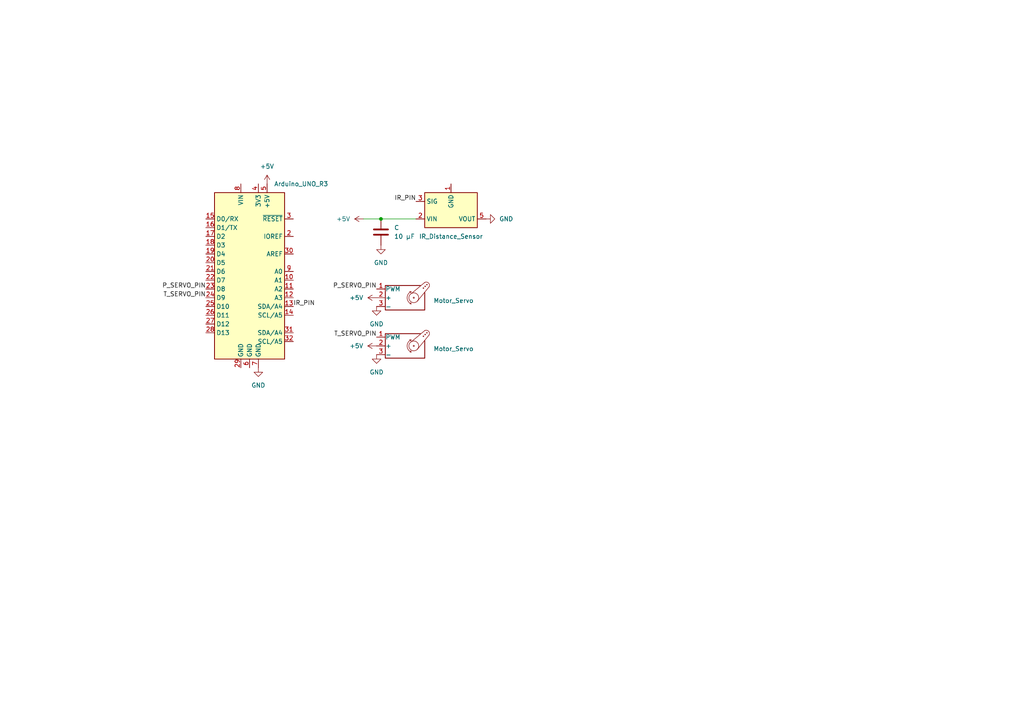
<source format=kicad_sch>
(kicad_sch (version 20211123) (generator eeschema)
  (paper "A4")
  (lib_symbols
    (symbol "Device:C" (pin_numbers hide) (pin_names (offset 0.254))
      (property "Reference" "C" (at 0.635 2.54 0))
      (property "Value" "C" (at 0.635 -2.54 0))
      (symbol "C_0_1"
        (polyline (pts (xy -2.032 -0.762) (xy 2.032 -0.762)) (stroke (width 0.508)))
        (polyline (pts (xy -2.032 0.762) (xy 2.032 0.762)) (stroke (width 0.508)))
      )
      (symbol "C_1_1"
        (pin passive line (at 0 3.81 270) (length 2.794) (name "~") (number "1"))
        (pin passive line (at 0 -3.81 90) (length 2.794) (name "~") (number "2"))
      )
    )
    (symbol "MCU_Module:Arduino_UNO_R3"
      (property "Reference" "A" (at -10.16 23.495 0))
      (property "Value" "Arduino_UNO_R3" (at 5.08 -26.67 0))
      (symbol "Arduino_UNO_R3_0_1"
        (rectangle (start -10.16 22.86) (end 10.16 -25.4) (stroke (width 0.254)) (fill (type background)))
      )
      (symbol "Arduino_UNO_R3_1_1"
        (pin no_connect line (at -10.16 -20.32 0) (length 2.54) hide (name "NC") (number "1"))
        (pin bidirectional line (at 12.7 -2.54 180) (length 2.54) (name "A1") (number "10"))
        (pin bidirectional line (at 12.7 -5.08 180) (length 2.54) (name "A2") (number "11"))
        (pin bidirectional line (at 12.7 -7.62 180) (length 2.54) (name "A3") (number "12"))
        (pin bidirectional line (at 12.7 -10.16 180) (length 2.54) (name "SDA/A4") (number "13"))
        (pin bidirectional line (at 12.7 -12.7 180) (length 2.54) (name "SCL/A5") (number "14"))
        (pin bidirectional line (at -12.7 15.24 0) (length 2.54) (name "D0/RX") (number "15"))
        (pin bidirectional line (at -12.7 12.7 0) (length 2.54) (name "D1/TX") (number "16"))
        (pin bidirectional line (at -12.7 10.16 0) (length 2.54) (name "D2") (number "17"))
        (pin bidirectional line (at -12.7 7.62 0) (length 2.54) (name "D3") (number "18"))
        (pin bidirectional line (at -12.7 5.08 0) (length 2.54) (name "D4") (number "19"))
        (pin output line (at 12.7 10.16 180) (length 2.54) (name "IOREF") (number "2"))
        (pin bidirectional line (at -12.7 2.54 0) (length 2.54) (name "D5") (number "20"))
        (pin bidirectional line (at -12.7 0 0) (length 2.54) (name "D6") (number "21"))
        (pin bidirectional line (at -12.7 -2.54 0) (length 2.54) (name "D7") (number "22"))
        (pin bidirectional line (at -12.7 -5.08 0) (length 2.54) (name "D8") (number "23"))
        (pin bidirectional line (at -12.7 -7.62 0) (length 2.54) (name "D9") (number "24"))
        (pin bidirectional line (at -12.7 -10.16 0) (length 2.54) (name "D10") (number "25"))
        (pin bidirectional line (at -12.7 -12.7 0) (length 2.54) (name "D11") (number "26"))
        (pin bidirectional line (at -12.7 -15.24 0) (length 2.54) (name "D12") (number "27"))
        (pin bidirectional line (at -12.7 -17.78 0) (length 2.54) (name "D13") (number "28"))
        (pin power_in line (at -2.54 -27.94 90) (length 2.54) (name "GND") (number "29"))
        (pin input line (at 12.7 15.24 180) (length 2.54) (name "~{RESET}") (number "3"))
        (pin input line (at 12.7 5.08 180) (length 2.54) (name "AREF") (number "30"))
        (pin bidirectional line (at 12.7 -17.78 180) (length 2.54) (name "SDA/A4") (number "31"))
        (pin bidirectional line (at 12.7 -20.32 180) (length 2.54) (name "SCL/A5") (number "32"))
        (pin power_out line (at 2.54 25.4 270) (length 2.54) (name "3V3") (number "4"))
        (pin power_out line (at 5.08 25.4 270) (length 2.54) (name "+5V") (number "5"))
        (pin power_in line (at 0 -27.94 90) (length 2.54) (name "GND") (number "6"))
        (pin power_in line (at 2.54 -27.94 90) (length 2.54) (name "GND") (number "7"))
        (pin power_in line (at -2.54 25.4 270) (length 2.54) (name "VIN") (number "8"))
        (pin bidirectional line (at 12.7 0 180) (length 2.54) (name "A0") (number "9"))
      )
    )
    (symbol "Motor:Motor_Servo" (pin_names (offset 0.0254))
      (property "Reference" "M" (at -5.08 4.445 0))
      (property "Value" "Motor_Servo" (at -5.08 -4.064 0))
      (symbol "Motor_Servo_0_1"
        (polyline (pts (xy 2.413 -1.778) (xy 2.032 -1.778)))
        (polyline (pts (xy 2.413 -1.778) (xy 2.286 -1.397)))
        (polyline (pts (xy 2.413 1.778) (xy 1.905 1.778)))
        (polyline (pts (xy 2.413 1.778) (xy 2.286 1.397)))
        (polyline (pts (xy 6.35 4.445) (xy 2.54 1.27)))
        (polyline (pts (xy 7.62 3.175) (xy 4.191 -1.016)))
        (polyline (pts (xy 5.08 3.556) (xy -5.08 3.556) (xy -5.08 -3.556) (xy 6.35 -3.556) (xy 6.35 1.524)) (stroke (width 0.254)))
        (arc (start 2.413 1.778) (mid 1.2406 0) (end 2.413 -1.778))
        (circle (center 3.175 0) (radius 0.1778))
        (circle (center 3.175 0) (radius 1.4224))
        (circle (center 5.969 2.794) (radius 0.127))
        (circle (center 6.477 3.302) (radius 0.127))
        (circle (center 6.985 3.81) (radius 0.127))
        (arc (start 7.62 3.175) (mid 7.4485 4.2735) (end 6.35 4.445))
      )
      (symbol "Motor_Servo_1_1"
        (pin passive line (at -7.62 2.54 0) (length 2.54) (name "PWM") (number "1"))
        (pin passive line (at -7.62 0 0) (length 2.54) (name "+") (number "2"))
        (pin passive line (at -7.62 -2.54 0) (length 2.54) (name "-") (number "3"))
      )
    )
    (symbol "Regulator_Linear:ADP7182AUJZ-1.8"
      (property "Reference" "IR_Distance_Sensor" (at 0 -7.62 0))
      (symbol "ADP7182AUJZ-1.8_0_1"
        (rectangle (start -7.62 5.08) (end 7.62 -5.08) (stroke (width 0.254)) (fill (type background)))
      )
      (symbol "ADP7182AUJZ-1.8_1_1"
        (pin power_in line (at 0 7.62 270) (length 2.54) (name "GND") (number "1"))
        (pin power_in line (at -10.16 -2.54 0) (length 2.54) (name "VIN") (number "2"))
        (pin input line (at -10.16 2.54 0) (length 2.54) (name "SIG") (number "3"))
        (pin no_connect line (at 7.62 0 180) (length 2.54) hide (name "NC") (number "4"))
        (pin power_out line (at 10.16 -2.54 180) (length 2.54) (name "VOUT") (number "5"))
      )
    )
    (symbol "power:+5V" (power) (pin_names (offset 0))
      (property "Value" "+5V" (at 0 3.556 0))
      (symbol "+5V_0_1"
        (polyline (pts (xy -0.762 1.27) (xy 0 2.54)))
        (polyline (pts (xy 0 0) (xy 0 2.54)))
        (polyline (pts (xy 0 2.54) (xy 0.762 1.27)))
      )
      (symbol "+5V_1_1"
        (pin power_in line (at 0 0 90) (length 0) hide (name "+5V") (number "1"))
      )
    )
    (symbol "power:GND" (power) (pin_names (offset 0))
      (property "Value" "GND" (at 0 -3.81 0))
      (symbol "GND_0_1"
        (polyline (pts (xy 0 0) (xy 0 -1.27) (xy 1.27 -1.27) (xy 0 -2.54) (xy -1.27 -1.27) (xy 0 -1.27)))
      )
      (symbol "GND_1_1"
        (pin power_in line (at 0 0 270) (length 0) hide (name "GND") (number "1"))
      )
    )
  )
  (junction (at 110.49 63.5))
  (wire (pts (xy 110.49 63.5) (xy 120.65 63.5)))
  (wire (pts (xy 105.41 63.5) (xy 110.49 63.5)))
  (label "IR_PIN" (at 120.65 58.42 180))
  (label "P_SERVO_PIN" (at 109.22 83.82 180))
  (label "IR_PIN" (at 85.09 88.9 0))
  (label "P_SERVO_PIN" (at 59.69 83.82 180))
  (label "T_SERVO_PIN" (at 109.22 97.79 180))
  (label "T_SERVO_PIN" (at 59.69 86.36 180))
  (symbol (lib_id "Motor:Motor_Servo") (at 116.84 86.36 0) (unit 1)
    (property "Reference" "M?" (effects hide))
    (property "Value" "Motor_Servo" (at 125.73 87.1965 0) (effects (justify left)))
    (property "Datasheet" "http://forums.parallax.com/uploads/attachments/46831/74481.png" (effects hide))
  )
  (symbol (lib_id "power:+5V") (at 105.41 63.5 90) (unit 1)
    (property "Reference" "#PWR?" (effects hide))
    (property "Value" "+5V" (at 101.6 63.4999 90) (effects (justify left)))
  )
  (symbol (lib_id "Regulator_Linear:ADP7182AUJZ-1.8") (at 130.81 60.96 0) (unit 1)
    (property "Reference" "IR_Distance_Sensor" (at 130.81 68.58 0))
    (property "Value" "ADP7182AUJZ-1.8" (effects hide))
    (property "Footprint" "Package_TO_SOT_SMD:TSOT-23-5" (effects hide))
    (property "Datasheet" "https://www.analog.com/media/en/technical-documentation/data-sheets/ADP7182.pdf" (effects hide))
  )
  (symbol (lib_id "power:GND") (at 140.97 63.5 90) (unit 1)
    (property "Reference" "#PWR?" (effects hide))
    (property "Value" "GND" (at 144.78 63.4999 90) (effects (justify right)))
  )
  (symbol (lib_id "power:GND") (at 74.93 106.68 0) (unit 1)
    (property "Reference" "#PWR?" (effects hide))
    (property "Value" "GND" (at 74.93 111.76 0))
  )
  (symbol (lib_id "power:GND") (at 109.22 102.87 0) (unit 1)
    (property "Reference" "#PWR?" (effects hide))
    (property "Value" "GND" (at 109.22 107.95 0))
  )
  (symbol (lib_id "power:+5V") (at 77.47 53.34 0) (unit 1)
    (property "Reference" "#PWR?" (effects hide))
    (property "Value" "+5V" (at 77.47 48.26 0))
  )
  (symbol (lib_id "power:+5V") (at 109.22 100.33 90) (unit 1)
    (property "Reference" "#PWR?" (effects hide))
    (property "Value" "+5V" (at 105.41 100.3299 90) (effects (justify left)))
  )
  (symbol (lib_id "power:+5V") (at 109.22 86.36 90) (unit 1)
    (property "Reference" "#PWR?" (effects hide))
    (property "Value" "+5V" (at 105.41 86.3599 90) (effects (justify left)))
  )
  (symbol (lib_id "MCU_Module:Arduino_UNO_R3") (at 72.39 78.74 0) (unit 1)
    (property "Reference" "A?" (effects hide))
    (property "Value" "Arduino_UNO_R3" (at 79.4894 53.34 0) (effects (justify left)))
    (property "Footprint" "Module:Arduino_UNO_R3" (effects hide))
    (property "Datasheet" "https://www.arduino.cc/en/Main/arduinoBoardUno" (effects hide))
  )
  (symbol (lib_id "Motor:Motor_Servo") (at 116.84 100.33 0) (unit 1)
    (property "Reference" "M?" (effects hide))
    (property "Value" "Motor_Servo" (at 125.73 101.1665 0) (effects (justify left)))
    (property "Datasheet" "http://forums.parallax.com/uploads/attachments/46831/74481.png" (effects hide))
  )
  (symbol (lib_id "Device:C") (at 110.49 67.31 0) (unit 1)
    (property "Reference" "C" (at 114.3 66.04 0) (effects (justify left)))
    (property "Value" "10 µF" (at 114.3 68.58 0) (effects (justify left)))
  )
  (symbol (lib_id "power:GND") (at 109.22 88.9 0) (unit 1)
    (property "Reference" "#PWR?" (effects hide))
    (property "Value" "GND" (at 109.22 93.98 0))
  )
  (symbol (lib_id "power:GND") (at 110.49 71.12 0) (unit 1)
    (property "Reference" "#PWR?" (effects hide))
    (property "Value" "GND" (at 110.49 76.2 0))
  )
)
</source>
